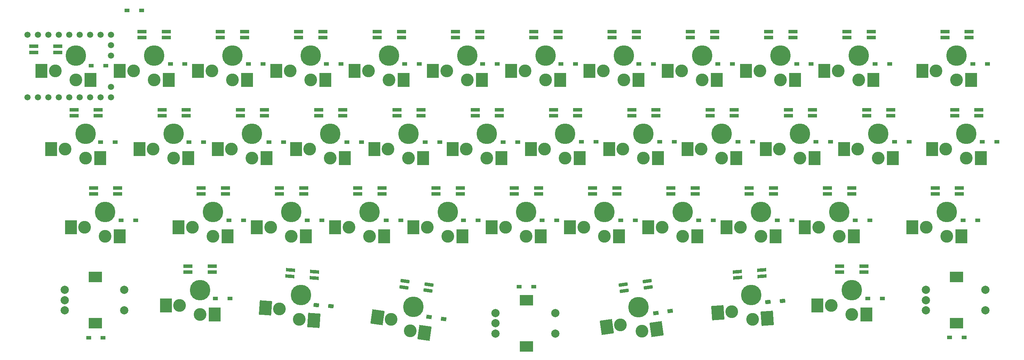
<source format=gbr>
G04 #@! TF.GenerationSoftware,KiCad,Pcbnew,8.0.2-1*
G04 #@! TF.CreationDate,2024-07-03T19:50:58+09:00*
G04 #@! TF.ProjectId,lagoon,6c61676f-6f6e-42e6-9b69-6361645f7063,rev?*
G04 #@! TF.SameCoordinates,Original*
G04 #@! TF.FileFunction,Soldermask,Bot*
G04 #@! TF.FilePolarity,Negative*
%FSLAX46Y46*%
G04 Gerber Fmt 4.6, Leading zero omitted, Abs format (unit mm)*
G04 Created by KiCad (PCBNEW 8.0.2-1) date 2024-07-03 19:50:58*
%MOMM*%
%LPD*%
G01*
G04 APERTURE LIST*
G04 Aperture macros list*
%AMRotRect*
0 Rectangle, with rotation*
0 The origin of the aperture is its center*
0 $1 length*
0 $2 width*
0 $3 Rotation angle, in degrees counterclockwise*
0 Add horizontal line*
21,1,$1,$2,0,0,$3*%
G04 Aperture macros list end*
%ADD10C,3.100000*%
%ADD11C,5.000000*%
%ADD12R,3.000000X3.500000*%
%ADD13R,1.300000X0.950000*%
%ADD14R,2.200000X0.820000*%
%ADD15RotRect,2.200000X0.820000X188.000000*%
%ADD16RotRect,3.000000X3.500000X188.000000*%
%ADD17RotRect,3.000000X3.500000X184.000000*%
%ADD18RotRect,1.300000X0.950000X176.000000*%
%ADD19RotRect,1.300000X0.950000X188.000000*%
%ADD20C,2.000000*%
%ADD21R,3.200000X2.500000*%
%ADD22RotRect,3.000000X3.500000X176.000000*%
%ADD23RotRect,2.200000X0.820000X176.000000*%
%ADD24RotRect,1.300000X0.950000X172.000000*%
%ADD25RotRect,2.200000X0.820000X172.000000*%
%ADD26RotRect,2.200000X0.820000X184.000000*%
%ADD27RotRect,3.000000X3.500000X172.000000*%
%ADD28RotRect,1.300000X0.950000X184.000000*%
%ADD29C,1.250000*%
%ADD30C,1.500000*%
G04 APERTURE END LIST*
D10*
X198785436Y-50325033D03*
D11*
X203785436Y-46625033D03*
D10*
X203785436Y-52525033D03*
D12*
X195435436Y-50325033D03*
X207335436Y-52525033D03*
D10*
X74960436Y-69375033D03*
D11*
X79960436Y-65675033D03*
D10*
X79960436Y-71575033D03*
D12*
X71610436Y-69375033D03*
X83510436Y-71575033D03*
D13*
X149122936Y-29575033D03*
X145572936Y-29575033D03*
D14*
X163985436Y-21681233D03*
X158085436Y-21681233D03*
X158085436Y-23181233D03*
X163985436Y-23181233D03*
D10*
X213072936Y-31275033D03*
D11*
X218072936Y-27575033D03*
D10*
X218072936Y-33475033D03*
D12*
X209722936Y-31275033D03*
X221622936Y-33475033D03*
D10*
X24954236Y-50325033D03*
D11*
X29954236Y-46625033D03*
D10*
X29954236Y-52525033D03*
D12*
X21604236Y-50325033D03*
X33504236Y-52525033D03*
D13*
X37122936Y-48625033D03*
X33572936Y-48625033D03*
X42122936Y-67675033D03*
X38572936Y-67675033D03*
X230322936Y-48537533D03*
X226772936Y-48537533D03*
X58622936Y-48625033D03*
X55072936Y-48625033D03*
D15*
X161007525Y-84832995D03*
X166850107Y-84011873D03*
X166641347Y-82526471D03*
X160798765Y-83347593D03*
D10*
X174972936Y-31275033D03*
D11*
X179972936Y-27575033D03*
D10*
X179972936Y-33475033D03*
D12*
X171622936Y-31275033D03*
X183522936Y-33475033D03*
D14*
X216372936Y-59781233D03*
X210472936Y-59781233D03*
X210472936Y-61281233D03*
X216372936Y-61281233D03*
D13*
X206522936Y-29537533D03*
X202972936Y-29537533D03*
X225622936Y-29537533D03*
X222072936Y-29537533D03*
D14*
X140172936Y-59781233D03*
X134272936Y-59781233D03*
X134272936Y-61281233D03*
X140172936Y-61281233D03*
D13*
X243722936Y-96237533D03*
X240172936Y-96237533D03*
D10*
X46385436Y-50325033D03*
D11*
X51385436Y-46625033D03*
D10*
X51385436Y-52525033D03*
D12*
X43035436Y-50325033D03*
X54935436Y-52525033D03*
D14*
X183035436Y-21681233D03*
X177135436Y-21681233D03*
X177135436Y-23181233D03*
X183035436Y-23181233D03*
X106835436Y-21681233D03*
X100935436Y-21681233D03*
X100935436Y-23181233D03*
X106835436Y-23181233D03*
X121122936Y-59781233D03*
X115222936Y-59781233D03*
X115222936Y-61281233D03*
X121122936Y-61281233D03*
X181897936Y-42231233D03*
X187797936Y-42231233D03*
X187797936Y-40731233D03*
X181897936Y-40731233D03*
D13*
X247022936Y-67637533D03*
X243472936Y-67637533D03*
X106622936Y-67675033D03*
X103072936Y-67675033D03*
D10*
X151160436Y-69375033D03*
D11*
X156160436Y-65675033D03*
D10*
X156160436Y-71575033D03*
D12*
X147810436Y-69375033D03*
X159710436Y-71575033D03*
D14*
X159222936Y-59781233D03*
X153322936Y-59781233D03*
X153322936Y-61281233D03*
X159222936Y-61281233D03*
D13*
X34822936Y-30037533D03*
X31272936Y-30037533D03*
D10*
X217835436Y-50325033D03*
D11*
X222835436Y-46625033D03*
D10*
X222835436Y-52525033D03*
D12*
X214485436Y-50325033D03*
X226385436Y-52525033D03*
D10*
X194022936Y-31275033D03*
D11*
X199022936Y-27575033D03*
D10*
X199022936Y-33475033D03*
D12*
X190672936Y-31275033D03*
X202572936Y-33475033D03*
D13*
X78122936Y-48625033D03*
X74572936Y-48625033D03*
D14*
X27116736Y-42231233D03*
X33016736Y-42231233D03*
X33016736Y-40731233D03*
X27116736Y-40731233D03*
D13*
X220822936Y-67637533D03*
X217272936Y-67637533D03*
D14*
X86647936Y-42231233D03*
X92547936Y-42231233D03*
X92547936Y-40731233D03*
X86647936Y-40731233D03*
D10*
X113060436Y-69375033D03*
D11*
X118060436Y-65675033D03*
D10*
X118060436Y-71575033D03*
D12*
X109710436Y-69375033D03*
X121610436Y-71575033D03*
D10*
X239266736Y-50325033D03*
D11*
X244266736Y-46625033D03*
D10*
X244266736Y-52525033D03*
D12*
X235916736Y-50325033D03*
X247816736Y-52525033D03*
D13*
X182722936Y-67637533D03*
X179172936Y-67637533D03*
D10*
X160091336Y-93160490D03*
D11*
X164527736Y-88800633D03*
D10*
X165348857Y-94643215D03*
D16*
X156773938Y-93626720D03*
X168864309Y-94149150D03*
D13*
X54122936Y-29575033D03*
X50572936Y-29575033D03*
D10*
X155922936Y-31275033D03*
D11*
X160922936Y-27575033D03*
D10*
X160922936Y-33475033D03*
D12*
X152572936Y-31275033D03*
X164472936Y-33475033D03*
D14*
X48547936Y-42231233D03*
X54447936Y-42231233D03*
X54447936Y-40731233D03*
X48547936Y-40731233D03*
D10*
X141635436Y-50325033D03*
D11*
X146635436Y-46625033D03*
D10*
X146635436Y-52525033D03*
D12*
X138285436Y-50325033D03*
X150185436Y-52525033D03*
D13*
X154122936Y-48537533D03*
X150572936Y-48537533D03*
D10*
X65435436Y-50325033D03*
D11*
X70435436Y-46625033D03*
D10*
X70435436Y-52525033D03*
D12*
X62085436Y-50325033D03*
X73985436Y-52525033D03*
D10*
X179735436Y-50325033D03*
D11*
X184735436Y-46625033D03*
D10*
X184735436Y-52525033D03*
D12*
X176385436Y-50325033D03*
X188285436Y-52525033D03*
D10*
X187149515Y-89958702D03*
D11*
X191879236Y-85918933D03*
D10*
X192290799Y-91804561D03*
D17*
X183807675Y-90192387D03*
X195832152Y-91556925D03*
D18*
X89618612Y-88561351D03*
X86077260Y-88313715D03*
D10*
X29716736Y-69375033D03*
D11*
X34716736Y-65675033D03*
D10*
X34716736Y-71575033D03*
D12*
X26366736Y-69375033D03*
X38266736Y-71575033D03*
D19*
X172205662Y-89790501D03*
X168690210Y-90284565D03*
D20*
X129722985Y-90270414D03*
X129722985Y-95270414D03*
X129722985Y-92770414D03*
D21*
X137222985Y-87170414D03*
X137222985Y-98370414D03*
D20*
X144222985Y-95270414D03*
X144222985Y-90270414D03*
D10*
X77095817Y-89248038D03*
D11*
X82341736Y-85905833D03*
D10*
X81930173Y-91791461D03*
D22*
X73753977Y-89014353D03*
X85471525Y-92039096D03*
D13*
X68422936Y-67675033D03*
X64872936Y-67675033D03*
D14*
X202085436Y-21681233D03*
X196185436Y-21681233D03*
X196185436Y-23181233D03*
X202085436Y-23181233D03*
D13*
X130122936Y-29575033D03*
X126572936Y-29575033D03*
D23*
X79692105Y-81312524D03*
X85577732Y-81724088D03*
X85682367Y-80227742D03*
X79796740Y-79816178D03*
D13*
X125422936Y-67637533D03*
X121872936Y-67637533D03*
D10*
X132110436Y-69375033D03*
D11*
X137110436Y-65675033D03*
D10*
X137110436Y-71575033D03*
D12*
X128760436Y-69375033D03*
X140660436Y-71575033D03*
D14*
X87672936Y-21681233D03*
X81772936Y-21681233D03*
X81772936Y-23181233D03*
X87672936Y-23181233D03*
D24*
X117033862Y-91734565D03*
X113518410Y-91240501D03*
D14*
X143797936Y-42231233D03*
X149697936Y-42231233D03*
X149697936Y-40731233D03*
X143797936Y-40731233D03*
D10*
X52824736Y-88425033D03*
D11*
X57824736Y-84725033D03*
D10*
X57824736Y-90625033D03*
D12*
X49474736Y-88425033D03*
X61374736Y-90625033D03*
D13*
X87422936Y-67675033D03*
X83872936Y-67675033D03*
X135122936Y-48625033D03*
X131572936Y-48625033D03*
X223822936Y-86737533D03*
X220272936Y-86737533D03*
D10*
X84485436Y-50325033D03*
D11*
X89485436Y-46625033D03*
D10*
X89485436Y-52525033D03*
D12*
X81135436Y-50325033D03*
X93035436Y-52525033D03*
D14*
X49572936Y-21681233D03*
X43672936Y-21681233D03*
X43672936Y-23181233D03*
X49572936Y-23181233D03*
D10*
X94010436Y-69375033D03*
D11*
X99010436Y-65675033D03*
D10*
X99010436Y-71575033D03*
D12*
X90660436Y-69375033D03*
X102560436Y-71575033D03*
D13*
X251722936Y-48537533D03*
X248172936Y-48537533D03*
D10*
X117822936Y-31275033D03*
D11*
X122822936Y-27575033D03*
D10*
X122822936Y-33475033D03*
D12*
X114472936Y-31275033D03*
X126372936Y-33475033D03*
D13*
X111122936Y-29575033D03*
X107572936Y-29575033D03*
D14*
X241429236Y-42231233D03*
X247329236Y-42231233D03*
X247329236Y-40731233D03*
X241429236Y-40731233D03*
D13*
X116122936Y-48625033D03*
X112572936Y-48625033D03*
X187322936Y-29575033D03*
X183772936Y-29575033D03*
D14*
X219997936Y-42231233D03*
X225897936Y-42231233D03*
X225897936Y-40731233D03*
X219997936Y-40731233D03*
D10*
X136872936Y-31275033D03*
D11*
X141872936Y-27575033D03*
D10*
X141872936Y-33475033D03*
D12*
X133522936Y-31275033D03*
X145422936Y-33475033D03*
D14*
X37779236Y-59781233D03*
X31879236Y-59781233D03*
X31879236Y-61281233D03*
X37779236Y-61281233D03*
D13*
X65122936Y-86725033D03*
X61572936Y-86725033D03*
D14*
X244947936Y-21681233D03*
X239047936Y-21681233D03*
X239047936Y-23181233D03*
X244947936Y-23181233D03*
D10*
X55910436Y-69375033D03*
D11*
X60910436Y-65675033D03*
D10*
X60910436Y-71575033D03*
D12*
X52560436Y-69375033D03*
X64460436Y-71575033D03*
D14*
X144935436Y-21681233D03*
X139035436Y-21681233D03*
X139035436Y-23181233D03*
X144935436Y-23181233D03*
X178272936Y-59781233D03*
X172372936Y-59781233D03*
X172372936Y-61281233D03*
X178272936Y-61281233D03*
D10*
X22572936Y-31275033D03*
D11*
X27572936Y-27575033D03*
D10*
X27572936Y-33475033D03*
D12*
X19222936Y-31275033D03*
X31122936Y-33475033D03*
D14*
X213415536Y-80331233D03*
X219315536Y-80331233D03*
X219315536Y-78831233D03*
X213415536Y-78831233D03*
D20*
X234385436Y-84606233D03*
X234385436Y-89606233D03*
X234385436Y-87106233D03*
D21*
X241885436Y-81506233D03*
X241885436Y-92706233D03*
D20*
X248885436Y-89606233D03*
X248885436Y-84606233D03*
D13*
X43575036Y-16549533D03*
X40025036Y-16549533D03*
D14*
X23197936Y-25287533D03*
X17297936Y-25287533D03*
X17297936Y-26787533D03*
X23197936Y-26787533D03*
D10*
X41622936Y-31275033D03*
D11*
X46622936Y-27575033D03*
D10*
X46622936Y-33475033D03*
D12*
X38272936Y-31275033D03*
X50172936Y-33475033D03*
D14*
X83022936Y-59781233D03*
X77122936Y-59781233D03*
X77122936Y-61281233D03*
X83022936Y-61281233D03*
D13*
X168122936Y-29575033D03*
X164572936Y-29575033D03*
D10*
X236885436Y-31275033D03*
D11*
X241885436Y-27575033D03*
D10*
X241885436Y-33475033D03*
D12*
X233535436Y-31275033D03*
X245435436Y-33475033D03*
D10*
X122585436Y-50325033D03*
D11*
X127585436Y-46625033D03*
D10*
X127585436Y-52525033D03*
D12*
X119235436Y-50325033D03*
X131135436Y-52525033D03*
D13*
X249422936Y-29537533D03*
X245872936Y-29537533D03*
D10*
X60672936Y-31275033D03*
D11*
X65672936Y-27575033D03*
D10*
X65672936Y-33475033D03*
D12*
X57322936Y-31275033D03*
X69222936Y-33475033D03*
D13*
X163722936Y-67637533D03*
X160172936Y-67637533D03*
D10*
X160685436Y-50325033D03*
D11*
X165685436Y-46625033D03*
D10*
X165685436Y-52525033D03*
D12*
X157335436Y-50325033D03*
X169235436Y-52525033D03*
D13*
X201822936Y-67637533D03*
X198272936Y-67637533D03*
X92122936Y-29575033D03*
X88572936Y-29575033D03*
D14*
X102072936Y-59781233D03*
X96172936Y-59781233D03*
X96172936Y-61281233D03*
X102072936Y-61281233D03*
D25*
X107443965Y-83986573D03*
X113286547Y-84807695D03*
X113495307Y-83322293D03*
X107652725Y-82501171D03*
D13*
X73122936Y-29575033D03*
X69572936Y-29575033D03*
X34222936Y-96250033D03*
X30672936Y-96250033D03*
D14*
X54874736Y-80331233D03*
X60774736Y-80331233D03*
X60774736Y-78831233D03*
X54874736Y-78831233D03*
X125885436Y-21681233D03*
X119985436Y-21681233D03*
X119985436Y-23181233D03*
X125885436Y-23181233D03*
D10*
X189260436Y-69375033D03*
D11*
X194260436Y-65675033D03*
D10*
X194260436Y-71575033D03*
D12*
X185910436Y-69375033D03*
X197810436Y-71575033D03*
D10*
X208310436Y-69375033D03*
D11*
X213310436Y-65675033D03*
D10*
X213310436Y-71575033D03*
D12*
X204960436Y-69375033D03*
X216860436Y-71575033D03*
D14*
X124747936Y-42231233D03*
X130647936Y-42231233D03*
X130647936Y-40731233D03*
X124747936Y-40731233D03*
D20*
X24835436Y-84606233D03*
X24835436Y-89606233D03*
X24835436Y-87106233D03*
D21*
X32335436Y-81506233D03*
X32335436Y-92706233D03*
D20*
X39335436Y-89606233D03*
X39335436Y-84606233D03*
D14*
X105697936Y-42231233D03*
X111597936Y-42231233D03*
X111597936Y-40731233D03*
X105697936Y-40731233D03*
X63972936Y-59781233D03*
X58072936Y-59781233D03*
X58072936Y-61281233D03*
X63972936Y-61281233D03*
X200947936Y-42231233D03*
X206847936Y-42231233D03*
X206847936Y-40731233D03*
X200947936Y-40731233D03*
D10*
X234504236Y-69375033D03*
D11*
X239504236Y-65675033D03*
D10*
X239504236Y-71575033D03*
D12*
X231154236Y-69375033D03*
X243054236Y-71575033D03*
D10*
X170210436Y-69375033D03*
D11*
X175210436Y-65675033D03*
D10*
X175210436Y-71575033D03*
D12*
X166860436Y-69375033D03*
X178760436Y-71575033D03*
D14*
X197322936Y-59781233D03*
X191422936Y-59781233D03*
X191422936Y-61281233D03*
X197322936Y-61281233D03*
D26*
X188645240Y-81685688D03*
X194530867Y-81274124D03*
X194426232Y-79777778D03*
X188540605Y-80189342D03*
D10*
X104273055Y-91765459D03*
D11*
X109739336Y-88797333D03*
D10*
X108918215Y-94639915D03*
D27*
X100955657Y-91299229D03*
X112433666Y-95133979D03*
D10*
X103535436Y-50325033D03*
D11*
X108535436Y-46625033D03*
D10*
X108535436Y-52525033D03*
D12*
X100185436Y-50325033D03*
X112085436Y-52525033D03*
D13*
X173222936Y-48537533D03*
X169672936Y-48537533D03*
X97122936Y-48625033D03*
X93572936Y-48625033D03*
D14*
X67597936Y-42231233D03*
X73497936Y-42231233D03*
X73497936Y-40731233D03*
X67597936Y-40731233D03*
D10*
X98772936Y-31275033D03*
D11*
X103772936Y-27575033D03*
D10*
X103772936Y-33475033D03*
D12*
X95422936Y-31275033D03*
X107322936Y-33475033D03*
D14*
X162847936Y-42231233D03*
X168747936Y-42231233D03*
X168747936Y-40731233D03*
X162847936Y-40731233D03*
D10*
X79722936Y-31275033D03*
D11*
X84722936Y-27575033D03*
D10*
X84722936Y-33475033D03*
D12*
X76372936Y-31275033D03*
X88272936Y-33475033D03*
D13*
X138979635Y-83820000D03*
X135429635Y-83820000D03*
X144622936Y-67637533D03*
X141072936Y-67637533D03*
D14*
X221135436Y-21681233D03*
X215235436Y-21681233D03*
X215235436Y-23181233D03*
X221135436Y-23181233D03*
D28*
X199518612Y-87313715D03*
X195977260Y-87561351D03*
D14*
X242566736Y-59781233D03*
X236666736Y-59781233D03*
X236666736Y-61281233D03*
X242566736Y-61281233D03*
D29*
X15808236Y-37684667D03*
D30*
X15808236Y-37684667D03*
D29*
X18328236Y-37684667D03*
D30*
X18328236Y-37684667D03*
D29*
X20868236Y-37684667D03*
D30*
X20868236Y-37684667D03*
D29*
X23398236Y-37684667D03*
D30*
X23398236Y-37684667D03*
D29*
X25948236Y-37684667D03*
D30*
X25948236Y-37684667D03*
D29*
X28488236Y-37684667D03*
D30*
X28488236Y-37684667D03*
D29*
X31028236Y-37684667D03*
D30*
X31028236Y-37684667D03*
D29*
X33568236Y-37684667D03*
D30*
X33568236Y-37684667D03*
D29*
X36108236Y-37684667D03*
D30*
X36108236Y-37684667D03*
D29*
X36108236Y-35144667D03*
D30*
X36108236Y-35144667D03*
D29*
X36108236Y-27524667D03*
D30*
X36108236Y-27524667D03*
D29*
X36108236Y-24984667D03*
D30*
X36108236Y-24984667D03*
D29*
X36092577Y-22444667D03*
D30*
X36092577Y-22444667D03*
D29*
X33568236Y-22444667D03*
D30*
X33568236Y-22444667D03*
D29*
X31028236Y-22444667D03*
D30*
X31028236Y-22444667D03*
D29*
X28488236Y-22444667D03*
D30*
X28488236Y-22444667D03*
D29*
X25948236Y-22444667D03*
D30*
X25948236Y-22444667D03*
D29*
X23408236Y-22444667D03*
D30*
X23408236Y-22444667D03*
D29*
X20868236Y-22444667D03*
D30*
X20868236Y-22444667D03*
D29*
X18328236Y-22444667D03*
D30*
X18328236Y-22444667D03*
D29*
X15808236Y-22444667D03*
D30*
X15808236Y-22444667D03*
D13*
X211222936Y-48537533D03*
X207672936Y-48537533D03*
D10*
X211365536Y-88425033D03*
D11*
X216365536Y-84725033D03*
D10*
X216365536Y-90625033D03*
D12*
X208015536Y-88425033D03*
X219915536Y-90625033D03*
D14*
X68622936Y-21681233D03*
X62722936Y-21681233D03*
X62722936Y-23181233D03*
X68622936Y-23181233D03*
D13*
X192222936Y-48537533D03*
X188672936Y-48537533D03*
M02*

</source>
